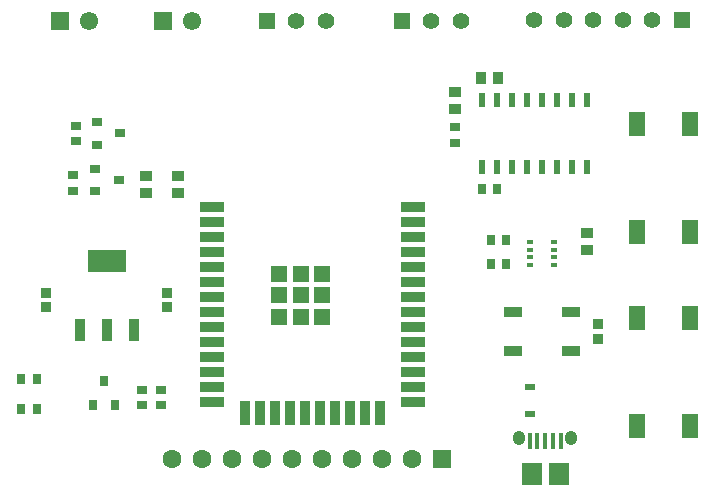
<source format=gbr>
%TF.GenerationSoftware,Altium Limited,Altium Designer,21.4.1 (30)*%
G04 Layer_Color=255*
%FSLAX25Y25*%
%MOIN*%
%TF.SameCoordinates,82249629-20A9-4E05-8B69-989CC10A5609*%
%TF.FilePolarity,Positive*%
%TF.FileFunction,Pads,Top*%
%TF.Part,Single*%
G01*
G75*
%TA.AperFunction,SMDPad,CuDef*%
%ADD10R,0.05512X0.08268*%
%TA.AperFunction,BGAPad,CuDef*%
%ADD11R,0.05236X0.05236*%
%TA.AperFunction,SMDPad,CuDef*%
%ADD12R,0.03543X0.07874*%
%ADD13R,0.07874X0.03543*%
%ADD14R,0.02362X0.04724*%
%ADD15R,0.02953X0.03347*%
%ADD16R,0.12598X0.07480*%
%ADD17R,0.03543X0.07480*%
%ADD18R,0.04134X0.03740*%
%TA.AperFunction,ConnectorPad*%
%ADD19R,0.07087X0.07480*%
%ADD20R,0.01575X0.05315*%
%TA.AperFunction,SMDPad,CuDef*%
%ADD21R,0.03197X0.03183*%
%ADD22R,0.05906X0.03543*%
%ADD23R,0.03268X0.02480*%
%ADD24R,0.01968X0.01378*%
%ADD25R,0.03347X0.02953*%
%ADD26R,0.03150X0.03543*%
%ADD27R,0.03543X0.03150*%
%ADD28R,0.03740X0.04134*%
%TA.AperFunction,ComponentPad*%
%ADD31R,0.05512X0.05512*%
%ADD32C,0.05512*%
%ADD33R,0.06102X0.06102*%
%ADD34C,0.06102*%
%ADD35O,0.04134X0.04921*%
%ADD36C,0.06299*%
%ADD37R,0.06299X0.06299*%
D10*
X214142Y87087D02*
D03*
Y122913D02*
D03*
X231858Y87087D02*
D03*
Y122913D02*
D03*
X214142Y22472D02*
D03*
Y58299D02*
D03*
X231858Y22472D02*
D03*
Y58299D02*
D03*
D11*
X109252Y58748D02*
D03*
X102028D02*
D03*
X94803D02*
D03*
X109252Y65972D02*
D03*
X102028D02*
D03*
X94803D02*
D03*
X109252Y73197D02*
D03*
X102028D02*
D03*
X94803D02*
D03*
D12*
X128465Y26563D02*
D03*
X123465D02*
D03*
X118465D02*
D03*
X113465D02*
D03*
X108465D02*
D03*
X103465D02*
D03*
X98465D02*
D03*
X93465D02*
D03*
X88465D02*
D03*
X83465D02*
D03*
D13*
X139429Y95500D02*
D03*
Y90500D02*
D03*
Y85500D02*
D03*
Y80500D02*
D03*
Y75500D02*
D03*
Y70500D02*
D03*
Y65500D02*
D03*
Y60500D02*
D03*
Y55500D02*
D03*
Y50500D02*
D03*
Y45500D02*
D03*
Y40500D02*
D03*
Y35500D02*
D03*
Y30500D02*
D03*
X72500D02*
D03*
Y35500D02*
D03*
Y40500D02*
D03*
Y45500D02*
D03*
Y50500D02*
D03*
Y55500D02*
D03*
Y60500D02*
D03*
Y65500D02*
D03*
Y70500D02*
D03*
Y75500D02*
D03*
Y80500D02*
D03*
Y85500D02*
D03*
Y90500D02*
D03*
Y95500D02*
D03*
D14*
X162500Y130909D02*
D03*
X167500D02*
D03*
X172500D02*
D03*
X177500D02*
D03*
X182500D02*
D03*
X187500D02*
D03*
X192500D02*
D03*
X197500D02*
D03*
Y108862D02*
D03*
X192500D02*
D03*
X187500D02*
D03*
X182500D02*
D03*
X177500D02*
D03*
X172500D02*
D03*
X167500D02*
D03*
X162500D02*
D03*
D15*
X14059Y38000D02*
D03*
X8941D02*
D03*
Y28000D02*
D03*
X14059D02*
D03*
X170500Y76386D02*
D03*
X165382D02*
D03*
X165441Y84386D02*
D03*
X170559D02*
D03*
X167559Y101386D02*
D03*
X162441D02*
D03*
D16*
X37500Y77500D02*
D03*
D17*
X46555Y54272D02*
D03*
X37500D02*
D03*
X28445D02*
D03*
D18*
X153500Y128146D02*
D03*
Y133854D02*
D03*
X197500Y86740D02*
D03*
Y81031D02*
D03*
X61000Y100031D02*
D03*
Y105740D02*
D03*
X50500Y100031D02*
D03*
Y105740D02*
D03*
D19*
X188028Y6386D02*
D03*
X178972D02*
D03*
D20*
X178382Y17429D02*
D03*
X188618D02*
D03*
X180941D02*
D03*
X183500D02*
D03*
X186059D02*
D03*
D21*
X201000Y51516D02*
D03*
Y56255D02*
D03*
X57500Y66625D02*
D03*
Y61886D02*
D03*
X17000Y66625D02*
D03*
Y61886D02*
D03*
D22*
X172854Y47390D02*
D03*
Y60382D02*
D03*
X192146D02*
D03*
Y47390D02*
D03*
D23*
X178500Y26496D02*
D03*
Y35276D02*
D03*
D24*
X178465Y78606D02*
D03*
Y76047D02*
D03*
X186535D02*
D03*
Y78606D02*
D03*
Y81165D02*
D03*
Y83724D02*
D03*
X178465D02*
D03*
Y81165D02*
D03*
D25*
X49000Y29327D02*
D03*
Y34445D02*
D03*
X55500D02*
D03*
Y29327D02*
D03*
X26000Y100827D02*
D03*
Y105945D02*
D03*
X153500Y116827D02*
D03*
Y121945D02*
D03*
X27000Y122445D02*
D03*
Y117327D02*
D03*
D26*
X32760Y29449D02*
D03*
X40240D02*
D03*
X36500Y37323D02*
D03*
D27*
X33563Y108126D02*
D03*
Y100646D02*
D03*
X41437Y104386D02*
D03*
X34063Y123626D02*
D03*
Y116146D02*
D03*
X41937Y119886D02*
D03*
D28*
X167854Y138386D02*
D03*
X162146D02*
D03*
D31*
X135657Y157453D02*
D03*
X229106Y157717D02*
D03*
X90657Y157453D02*
D03*
D32*
X145500D02*
D03*
X155343D02*
D03*
X219264Y157717D02*
D03*
X209421D02*
D03*
X199579D02*
D03*
X189736D02*
D03*
X179894D02*
D03*
X110343Y157453D02*
D03*
X100500D02*
D03*
D33*
X56079D02*
D03*
X21657Y157386D02*
D03*
D34*
X65921Y157453D02*
D03*
X31500Y157386D02*
D03*
D35*
X192260Y18413D02*
D03*
X174740D02*
D03*
D36*
X79000Y11386D02*
D03*
X89000D02*
D03*
X109000D02*
D03*
X129000D02*
D03*
X139000D02*
D03*
X119000D02*
D03*
X99000D02*
D03*
X69000D02*
D03*
X59000D02*
D03*
D37*
X149000D02*
D03*
%TF.MD5,9ac0f03850df679070c983360c859b8d*%
M02*

</source>
